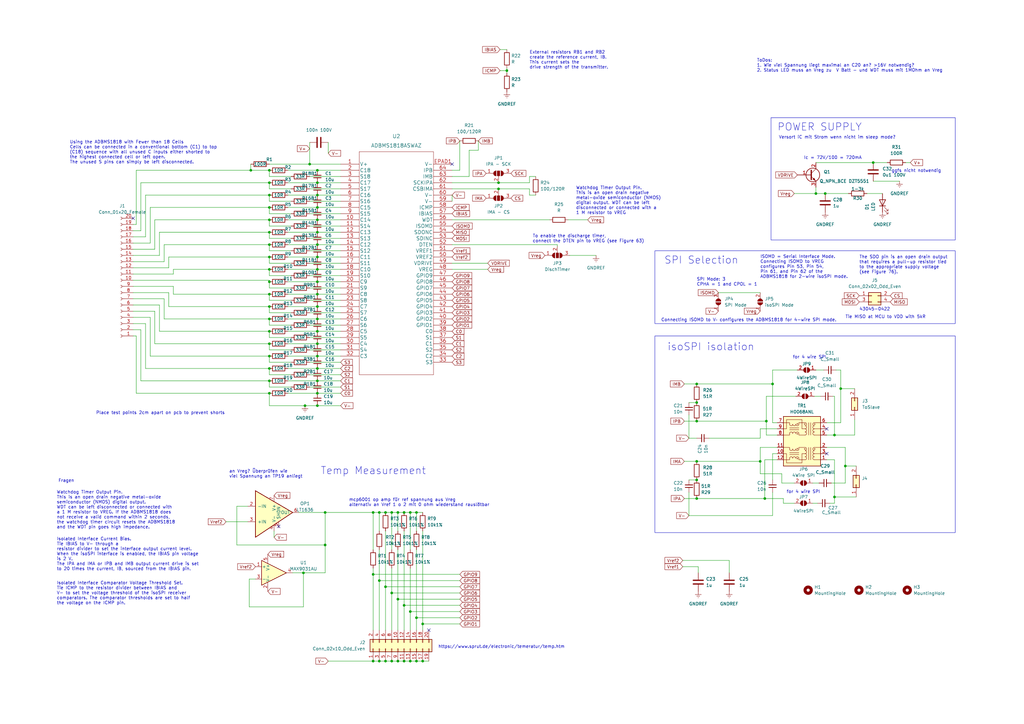
<source format=kicad_sch>
(kicad_sch (version 20230121) (generator eeschema)
  (paper "A3")
  (junction (at 130.175 161.29))
  (junction (at 163.195 245.745))
  (junction (at 110.49 115.57))
  (junction (at 163.195 210.185))
  (junction (at 127 67.31))
  (junction (at 110.49 135.89))
  (junction (at 110.49 105.41))
  (junction (at 168.275 271.145))
  (junction (at 110.49 69.85))
  (junction (at 334.645 79.375))
  (junction (at 130.175 90.17))
  (junction (at 110.49 161.29))
  (junction (at 110.49 146.05))
  (junction (at 130.175 125.73))
  (junction (at 168.275 210.185))
  (junction (at 313.69 204.47))
  (junction (at 155.575 271.145))
  (junction (at 130.175 80.01))
  (junction (at 130.175 74.93))
  (junction (at 342.265 178.435))
  (junction (at 110.49 100.33))
  (junction (at 173.355 255.905))
  (junction (at 170.815 271.145))
  (junction (at 110.49 156.21))
  (junction (at 130.175 85.09))
  (junction (at 155.575 210.185))
  (junction (at 311.785 189.23))
  (junction (at 165.735 271.145))
  (junction (at 338.455 79.375))
  (junction (at 110.49 85.09))
  (junction (at 130.175 135.89))
  (junction (at 316.865 157.48))
  (junction (at 133.35 223.52))
  (junction (at 133.35 210.185))
  (junction (at 124.46 234.95))
  (junction (at 130.175 166.37))
  (junction (at 342.265 203.835))
  (junction (at 130.175 100.33))
  (junction (at 130.175 140.97))
  (junction (at 160.655 243.205))
  (junction (at 130.175 130.81))
  (junction (at 110.49 125.73))
  (junction (at 285.75 157.48))
  (junction (at 285.75 172.72))
  (junction (at 110.49 130.81))
  (junction (at 130.175 105.41))
  (junction (at 130.175 156.21))
  (junction (at 285.75 189.23))
  (junction (at 110.49 120.65))
  (junction (at 110.49 140.97))
  (junction (at 110.49 74.93))
  (junction (at 160.655 210.185))
  (junction (at 158.115 240.665))
  (junction (at 204.47 77.47))
  (junction (at 165.735 248.285))
  (junction (at 346.71 191.135))
  (junction (at 130.175 95.25))
  (junction (at 110.49 151.13))
  (junction (at 110.49 80.01))
  (junction (at 130.175 69.85))
  (junction (at 130.175 146.05))
  (junction (at 170.815 253.365))
  (junction (at 130.175 151.13))
  (junction (at 207.899 28.956))
  (junction (at 102.87 69.85))
  (junction (at 160.655 271.145))
  (junction (at 130.175 115.57))
  (junction (at 170.815 210.185))
  (junction (at 130.175 110.49))
  (junction (at 153.035 271.145))
  (junction (at 168.275 250.825))
  (junction (at 125.095 166.37))
  (junction (at 110.49 95.25))
  (junction (at 158.115 210.185))
  (junction (at 314.325 172.72))
  (junction (at 130.175 120.65))
  (junction (at 163.195 271.145))
  (junction (at 155.575 238.125))
  (junction (at 110.49 110.49))
  (junction (at 285.75 165.1))
  (junction (at 153.035 235.585))
  (junction (at 110.49 90.17))
  (junction (at 285.75 196.85))
  (junction (at 204.47 74.93))
  (junction (at 344.805 159.385))
  (junction (at 153.035 210.185))
  (junction (at 358.14 66.675))
  (junction (at 165.735 210.185))
  (junction (at 285.75 204.47))
  (junction (at 158.115 271.145))
  (junction (at 173.355 271.145))
  (no_connect (at 114.3 215.9))
  (no_connect (at 175.895 258.445))
  (no_connect (at 54.61 89.535))
  (no_connect (at 185.42 67.31))
  (no_connect (at 339.09 186.055))
  (no_connect (at 339.09 175.895))
  (wire (pts (xy 155.575 210.185) (xy 158.115 210.185)))
  (wire (pts (xy 102.87 69.85) (xy 102.87 67.31)))
  (wire (pts (xy 59.69 151.13) (xy 59.69 132.715)))
  (wire (pts (xy 57.785 135.255) (xy 57.785 156.21)))
  (wire (pts (xy 336.55 162.56) (xy 334.01 162.56)))
  (wire (pts (xy 320.675 198.12) (xy 320.675 194.31)))
  (wire (pts (xy 217.17 72.39) (xy 219.71 72.39)))
  (wire (pts (xy 63.5 140.97) (xy 110.49 140.97)))
  (wire (pts (xy 282.575 201.93) (xy 282.575 211.455)))
  (wire (pts (xy 54.61 99.695) (xy 61.595 99.695)))
  (wire (pts (xy 160.655 233.045) (xy 160.655 243.205)))
  (wire (pts (xy 118.11 146.05) (xy 130.175 146.05)))
  (wire (pts (xy 124.46 248.92) (xy 102.235 248.92)))
  (wire (pts (xy 153.035 210.185) (xy 155.575 210.185)))
  (wire (pts (xy 314.325 162.56) (xy 314.325 172.72)))
  (wire (pts (xy 65.405 135.89) (xy 110.49 135.89)))
  (wire (pts (xy 65.405 95.25) (xy 110.49 95.25)))
  (wire (pts (xy 290.83 179.705) (xy 311.785 179.705)))
  (wire (pts (xy 127 148.59) (xy 139.7 148.59)))
  (wire (pts (xy 59.69 80.01) (xy 59.69 97.155)))
  (wire (pts (xy 110.49 85.09) (xy 110.49 87.63)))
  (wire (pts (xy 165.735 248.285) (xy 165.735 258.445)))
  (wire (pts (xy 67.31 130.81) (xy 110.49 130.81)))
  (wire (pts (xy 160.655 243.205) (xy 188.595 243.205)))
  (wire (pts (xy 118.11 110.49) (xy 130.175 110.49)))
  (wire (pts (xy 371.475 66.675) (xy 373.38 66.675)))
  (wire (pts (xy 67.31 100.33) (xy 67.31 107.315)))
  (wire (pts (xy 54.61 92.075) (xy 55.88 92.075)))
  (wire (pts (xy 127 102.87) (xy 139.7 102.87)))
  (wire (pts (xy 110.49 113.03) (xy 119.38 113.03)))
  (wire (pts (xy 219.71 80.01) (xy 217.17 80.01)))
  (wire (pts (xy 110.49 130.81) (xy 110.49 133.35)))
  (wire (pts (xy 134.62 58.42) (xy 134.62 62.865)))
  (wire (pts (xy 346.71 191.135) (xy 346.71 198.12)))
  (wire (pts (xy 118.11 130.81) (xy 130.175 130.81)))
  (wire (pts (xy 160.655 210.185) (xy 160.655 225.425)))
  (wire (pts (xy 280.67 204.47) (xy 285.75 204.47)))
  (wire (pts (xy 158.115 217.805) (xy 158.115 240.665)))
  (wire (pts (xy 124.46 234.95) (xy 120.015 234.95)))
  (wire (pts (xy 110.49 100.33) (xy 110.49 102.87)))
  (wire (pts (xy 158.115 271.145) (xy 160.655 271.145)))
  (wire (pts (xy 163.195 245.745) (xy 188.595 245.745)))
  (wire (pts (xy 110.49 125.73) (xy 110.49 128.27)))
  (wire (pts (xy 165.735 217.805) (xy 165.735 248.285)))
  (wire (pts (xy 110.49 90.17) (xy 110.49 92.71)))
  (wire (pts (xy 65.405 125.095) (xy 65.405 135.89)))
  (wire (pts (xy 185.42 100.33) (xy 228.6 100.33)))
  (wire (pts (xy 160.655 271.145) (xy 163.195 271.145)))
  (wire (pts (xy 130.175 146.05) (xy 139.7 146.05)))
  (wire (pts (xy 311.785 175.895) (xy 318.77 175.895)))
  (wire (pts (xy 192.405 61.595) (xy 196.215 61.595)))
  (wire (pts (xy 165.735 271.145) (xy 168.275 271.145)))
  (wire (pts (xy 335.915 198.12) (xy 333.375 198.12)))
  (wire (pts (xy 170.815 210.185) (xy 173.355 210.185)))
  (wire (pts (xy 130.175 151.13) (xy 139.7 151.13)))
  (wire (pts (xy 173.355 255.905) (xy 188.595 255.905)))
  (wire (pts (xy 55.88 161.29) (xy 110.49 161.29)))
  (wire (pts (xy 155.575 238.125) (xy 188.595 238.125)))
  (wire (pts (xy 280.67 157.48) (xy 285.75 157.48)))
  (wire (pts (xy 342.9 151.765) (xy 344.805 151.765)))
  (wire (pts (xy 170.815 225.425) (xy 170.815 253.365)))
  (wire (pts (xy 285.75 189.23) (xy 311.785 189.23)))
  (wire (pts (xy 204.47 77.47) (xy 217.17 77.47)))
  (wire (pts (xy 127 143.51) (xy 139.7 143.51)))
  (wire (pts (xy 185.42 110.49) (xy 200.025 110.49)))
  (wire (pts (xy 110.49 77.47) (xy 119.38 77.47)))
  (wire (pts (xy 285.75 157.48) (xy 316.865 157.48)))
  (wire (pts (xy 163.195 245.745) (xy 163.195 258.445)))
  (wire (pts (xy 110.49 72.39) (xy 119.38 72.39)))
  (wire (pts (xy 314.325 178.435) (xy 314.325 172.72)))
  (wire (pts (xy 54.61 125.095) (xy 65.405 125.095)))
  (wire (pts (xy 311.785 179.705) (xy 311.785 175.895)))
  (wire (pts (xy 170.815 253.365) (xy 170.815 258.445)))
  (wire (pts (xy 160.655 243.205) (xy 160.655 258.445)))
  (wire (pts (xy 350.52 178.435) (xy 350.52 172.085)))
  (wire (pts (xy 355.6 79.375) (xy 361.95 79.375)))
  (wire (pts (xy 127 87.63) (xy 139.7 87.63)))
  (wire (pts (xy 71.12 112.395) (xy 54.61 112.395)))
  (wire (pts (xy 110.49 148.59) (xy 119.38 148.59)))
  (wire (pts (xy 65.405 104.775) (xy 65.405 95.25)))
  (wire (pts (xy 173.355 217.805) (xy 173.355 255.905)))
  (wire (pts (xy 110.49 135.89) (xy 110.49 138.43)))
  (wire (pts (xy 163.195 271.145) (xy 165.735 271.145)))
  (wire (pts (xy 316.865 151.765) (xy 316.865 157.48)))
  (wire (pts (xy 63.5 127.635) (xy 54.61 127.635)))
  (wire (pts (xy 59.69 151.13) (xy 110.49 151.13)))
  (wire (pts (xy 285.75 204.47) (xy 313.69 204.47)))
  (wire (pts (xy 185.42 80.01) (xy 185.42 82.55)))
  (wire (pts (xy 168.275 210.185) (xy 170.815 210.185)))
  (wire (pts (xy 133.35 210.185) (xy 133.35 223.52)))
  (wire (pts (xy 344.805 173.355) (xy 344.805 159.385)))
  (wire (pts (xy 163.195 210.185) (xy 163.195 217.805)))
  (wire (pts (xy 118.11 115.57) (xy 130.175 115.57)))
  (wire (pts (xy 118.11 80.01) (xy 130.175 80.01)))
  (wire (pts (xy 173.355 255.905) (xy 173.355 258.445)))
  (wire (pts (xy 125.095 166.37) (xy 130.175 166.37)))
  (wire (pts (xy 168.275 210.185) (xy 168.275 225.425)))
  (wire (pts (xy 54.61 130.175) (xy 61.595 130.175)))
  (wire (pts (xy 127 92.71) (xy 139.7 92.71)))
  (wire (pts (xy 334.645 79.375) (xy 338.455 79.375)))
  (wire (pts (xy 55.88 92.075) (xy 55.88 69.85)))
  (wire (pts (xy 54.61 94.615) (xy 57.785 94.615)))
  (wire (pts (xy 185.42 107.95) (xy 200.025 107.95)))
  (wire (pts (xy 110.49 161.29) (xy 110.49 166.37)))
  (wire (pts (xy 127 67.31) (xy 139.7 67.31)))
  (wire (pts (xy 67.31 130.81) (xy 67.31 122.555)))
  (wire (pts (xy 205.105 28.956) (xy 207.899 28.956)))
  (wire (pts (xy 153.035 271.145) (xy 155.575 271.145)))
  (wire (pts (xy 318.77 178.435) (xy 314.325 178.435)))
  (wire (pts (xy 326.39 162.56) (xy 314.325 162.56)))
  (wire (pts (xy 217.17 80.01) (xy 217.17 77.47)))
  (wire (pts (xy 130.175 156.21) (xy 139.7 156.21)))
  (wire (pts (xy 110.49 115.57) (xy 110.49 118.11)))
  (wire (pts (xy 334.645 79.375) (xy 334.645 76.835)))
  (wire (pts (xy 185.42 72.39) (xy 192.405 72.39)))
  (wire (pts (xy 342.265 206.375) (xy 340.36 206.375)))
  (wire (pts (xy 110.49 133.35) (xy 119.38 133.35)))
  (wire (pts (xy 110.49 92.71) (xy 119.38 92.71)))
  (wire (pts (xy 342.265 203.835) (xy 342.265 206.375)))
  (wire (pts (xy 61.595 130.175) (xy 61.595 146.05)))
  (wire (pts (xy 160.655 210.185) (xy 163.195 210.185)))
  (wire (pts (xy 338.455 79.375) (xy 347.98 79.375)))
  (wire (pts (xy 127 97.79) (xy 139.7 97.79)))
  (wire (pts (xy 153.035 235.585) (xy 153.035 258.445)))
  (wire (pts (xy 127 158.75) (xy 139.7 158.75)))
  (wire (pts (xy 185.42 90.17) (xy 225.425 90.17)))
  (wire (pts (xy 110.49 69.85) (xy 102.87 69.85)))
  (wire (pts (xy 55.88 69.85) (xy 102.87 69.85)))
  (wire (pts (xy 130.175 80.01) (xy 139.7 80.01)))
  (wire (pts (xy 163.195 225.425) (xy 163.195 245.745)))
  (wire (pts (xy 346.71 191.135) (xy 351.155 191.135)))
  (wire (pts (xy 55.88 137.795) (xy 54.61 137.795)))
  (wire (pts (xy 155.575 238.125) (xy 155.575 258.445)))
  (wire (pts (xy 130.175 110.49) (xy 139.7 110.49)))
  (wire (pts (xy 110.49 97.79) (xy 119.38 97.79)))
  (wire (pts (xy 205.105 20.32) (xy 207.899 20.32)))
  (wire (pts (xy 63.5 90.17) (xy 63.5 102.235)))
  (wire (pts (xy 118.11 100.33) (xy 130.175 100.33)))
  (wire (pts (xy 280.67 189.23) (xy 285.75 189.23)))
  (wire (pts (xy 185.42 77.47) (xy 204.47 77.47)))
  (wire (pts (xy 110.49 158.75) (xy 119.38 158.75)))
  (wire (pts (xy 280.67 172.72) (xy 285.75 172.72)))
  (wire (pts (xy 185.42 74.93) (xy 204.47 74.93)))
  (wire (pts (xy 110.49 118.11) (xy 119.38 118.11)))
  (wire (pts (xy 118.11 125.73) (xy 130.175 125.73)))
  (wire (pts (xy 110.49 138.43) (xy 119.38 138.43)))
  (wire (pts (xy 61.595 99.695) (xy 61.595 85.09)))
  (wire (pts (xy 207.899 28.956) (xy 207.899 29.972)))
  (wire (pts (xy 188.595 57.785) (xy 188.595 69.85)))
  (wire (pts (xy 342.265 188.595) (xy 339.09 188.595)))
  (wire (pts (xy 127 113.03) (xy 139.7 113.03)))
  (wire (pts (xy 130.175 90.17) (xy 139.7 90.17)))
  (wire (pts (xy 54.61 114.935) (xy 110.49 114.935)))
  (wire (pts (xy 127 72.39) (xy 139.7 72.39)))
  (wire (pts (xy 71.12 120.65) (xy 71.12 117.475)))
  (wire (pts (xy 155.575 210.185) (xy 155.575 217.805)))
  (wire (pts (xy 127 133.35) (xy 139.7 133.35)))
  (wire (pts (xy 130.175 166.37) (xy 139.7 166.37)))
  (wire (pts (xy 217.17 74.93) (xy 217.17 72.39)))
  (wire (pts (xy 311.785 183.515) (xy 318.77 183.515)))
  (wire (pts (xy 118.11 135.89) (xy 130.175 135.89)))
  (wire (pts (xy 118.11 90.17) (xy 130.175 90.17)))
  (wire (pts (xy 170.815 271.145) (xy 173.355 271.145)))
  (wire (pts (xy 110.49 128.27) (xy 119.38 128.27)))
  (wire (pts (xy 102.235 248.92) (xy 102.235 237.49)))
  (wire (pts (xy 127 123.19) (xy 139.7 123.19)))
  (wire (pts (xy 285.75 172.72) (xy 314.325 172.72)))
  (wire (pts (xy 130.175 120.65) (xy 139.7 120.65)))
  (wire (pts (xy 97.155 207.645) (xy 101.6 207.645)))
  (wire (pts (xy 110.49 102.87) (xy 119.38 102.87)))
  (wire (pts (xy 318.77 188.595) (xy 313.69 188.595)))
  (wire (pts (xy 118.11 156.21) (xy 130.175 156.21)))
  (wire (pts (xy 110.49 156.21) (xy 110.49 158.75)))
  (wire (pts (xy 334.645 151.765) (xy 337.82 151.765)))
  (wire (pts (xy 339.09 173.355) (xy 344.805 173.355)))
  (wire (pts (xy 57.785 156.21) (xy 110.49 156.21)))
  (wire (pts (xy 110.49 114.935) (xy 110.49 115.57)))
  (wire (pts (xy 280.035 232.41) (xy 286.385 232.41)))
  (wire (pts (xy 286.385 232.41) (xy 286.385 234.95)))
  (wire (pts (xy 110.49 107.95) (xy 119.38 107.95)))
  (wire (pts (xy 325.755 206.375) (xy 321.31 206.375)))
  (wire (pts (xy 130.175 140.97) (xy 139.7 140.97)))
  (wire (pts (xy 63.5 102.235) (xy 54.61 102.235)))
  (wire (pts (xy 110.49 80.01) (xy 110.49 82.55)))
  (wire (pts (xy 69.215 105.41) (xy 69.215 109.855)))
  (wire (pts (xy 158.115 210.185) (xy 160.655 210.185)))
  (wire (pts (xy 170.815 210.185) (xy 170.815 217.805)))
  (wire (pts (xy 325.755 198.12) (xy 320.675 198.12)))
  (wire (pts (xy 155.575 271.145) (xy 158.115 271.145)))
  (wire (pts (xy 59.69 80.01) (xy 110.49 80.01)))
  (wire (pts (xy 67.31 122.555) (xy 54.61 122.555)))
  (wire (pts (xy 130.175 95.25) (xy 139.7 95.25)))
  (wire (pts (xy 71.12 110.49) (xy 110.49 110.49)))
  (wire (pts (xy 133.35 210.185) (xy 153.035 210.185)))
  (wire (pts (xy 63.5 90.17) (xy 110.49 90.17)))
  (wire (pts (xy 282.575 179.705) (xy 285.75 179.705)))
  (wire (pts (xy 282.575 196.85) (xy 285.75 196.85)))
  (wire (pts (xy 118.11 95.25) (xy 130.175 95.25)))
  (wire (pts (xy 313.69 188.595) (xy 313.69 204.47)))
  (wire (pts (xy 192.405 72.39) (xy 192.405 61.595)))
  (wire (pts (xy 59.69 132.715) (xy 54.61 132.715)))
  (wire (pts (xy 63.5 140.97) (xy 63.5 127.635)))
  (wire (pts (xy 316.865 196.85) (xy 316.865 186.055)))
  (wire (pts (xy 102.235 237.49) (xy 104.775 237.49)))
  (wire (pts (xy 127 82.55) (xy 139.7 82.55)))
  (wire (pts (xy 110.49 140.97) (xy 110.49 143.51)))
  (wire (pts (xy 316.865 211.455) (xy 282.575 211.455)))
  (wire (pts (xy 125.095 166.37) (xy 110.49 166.37)))
  (wire (pts (xy 316.865 173.355) (xy 318.77 173.355)))
  (wire (pts (xy 127 153.67) (xy 139.7 153.67)))
  (wire (pts (xy 155.575 225.425) (xy 155.575 238.125)))
  (wire (pts (xy 165.735 248.285) (xy 188.595 248.285)))
  (wire (pts (xy 118.11 69.85) (xy 130.175 69.85)))
  (wire (pts (xy 294.64 120.015) (xy 311.785 120.015)))
  (wire (pts (xy 130.175 74.93) (xy 139.7 74.93)))
  (wire (pts (xy 130.175 135.89) (xy 139.7 135.89)))
  (wire (pts (xy 153.035 233.045) (xy 153.035 235.585)))
  (wire (pts (xy 342.265 178.435) (xy 350.52 178.435)))
  (wire (pts (xy 130.175 105.41) (xy 139.7 105.41)))
  (wire (pts (xy 69.215 105.41) (xy 110.49 105.41)))
  (wire (pts (xy 118.11 85.09) (xy 130.175 85.09)))
  (wire (pts (xy 118.11 151.13) (xy 130.175 151.13)))
  (wire (pts (xy 321.31 204.47) (xy 313.69 204.47)))
  (wire (pts (xy 134.62 271.145) (xy 153.035 271.145)))
  (wire (pts (xy 335.28 206.375) (xy 333.375 206.375)))
  (wire (pts (xy 342.265 203.835) (xy 342.265 188.595)))
  (wire (pts (xy 110.49 151.13) (xy 110.49 153.67)))
  (wire (pts (xy 204.47 74.93) (xy 217.17 74.93)))
  (wire (pts (xy 163.195 210.185) (xy 165.735 210.185)))
  (wire (pts (xy 173.355 271.145) (xy 175.895 271.145)))
  (wire (pts (xy 207.899 28.956) (xy 207.899 27.94)))
  (wire (pts (xy 67.31 100.33) (xy 110.49 100.33)))
  (wire (pts (xy 110.49 105.41) (xy 110.49 107.95)))
  (wire (pts (xy 233.68 104.775) (xy 244.475 104.775)))
  (wire (pts (xy 358.14 66.675) (xy 363.855 66.675)))
  (wire (pts (xy 110.49 143.51) (xy 119.38 143.51)))
  (wire (pts (xy 196.215 61.595) (xy 196.215 57.785)))
  (wire (pts (xy 316.865 157.48) (xy 316.865 173.355)))
  (wire (pts (xy 228.6 100.33) (xy 228.6 100.965)))
  (wire (pts (xy 110.49 95.25) (xy 110.49 97.79)))
  (wire (pts (xy 97.155 223.52) (xy 133.35 223.52)))
  (wire (pts (xy 170.815 253.365) (xy 188.595 253.365)))
  (wire (pts (xy 127 118.11) (xy 139.7 118.11)))
  (wire (pts (xy 339.09 178.435) (xy 342.265 178.435)))
  (wire (pts (xy 130.175 100.33) (xy 139.7 100.33)))
  (wire (pts (xy 69.215 120.015) (xy 54.61 120.015)))
  (wire (pts (xy 188.595 69.85) (xy 185.42 69.85)))
  (wire (pts (xy 127 107.95) (xy 139.7 107.95)))
  (wire (pts (xy 334.645 66.675) (xy 358.14 66.675)))
  (wire (pts (xy 168.275 250.825) (xy 168.275 258.445)))
  (wire (pts (xy 110.49 69.85) (xy 110.49 72.39)))
  (wire (pts (xy 110.49 67.31) (xy 127 67.31)))
  (wire (pts (xy 61.595 85.09) (xy 110.49 85.09)))
  (wire (pts (xy 299.085 229.87) (xy 299.085 234.95)))
  (wire (pts (xy 69.215 109.855) (xy 54.61 109.855)))
  (wire (pts (xy 339.09 183.515) (xy 346.71 183.515)))
  (wire (pts (xy 110.49 123.19) (xy 119.38 123.19)))
  (wire (pts (xy 153.035 225.425) (xy 153.035 210.185)))
  (wire (pts (xy 280.035 229.87) (xy 299.085 229.87)))
  (wire (pts (xy 118.11 140.97) (xy 130.175 140.97)))
  (wire (pts (xy 133.35 223.52) (xy 133.35 234.95)))
  (wire (pts (xy 158.115 240.665) (xy 158.115 258.445)))
  (wire (pts (xy 168.275 250.825) (xy 188.595 250.825)))
  (wire (pts (xy 233.045 90.17) (xy 241.046 90.17)))
  (wire (pts (xy 61.595 146.05) (xy 110.49 146.05)))
  (wire (pts (xy 158.115 240.665) (xy 188.595 240.665)))
  (wire (pts (xy 342.265 162.56) (xy 341.63 162.56)))
  (wire (pts (xy 71.12 110.49) (xy 71.12 112.395)))
  (wire (pts (xy 110.49 153.67) (xy 119.38 153.67)))
  (wire (pts (xy 57.785 74.93) (xy 110.49 74.93)))
  (wire (pts (xy 130.175 85.09) (xy 139.7 85.09)))
  (wire (pts (xy 130.175 125.73) (xy 139.7 125.73)))
  (wire (pts (xy 130.175 69.85) (xy 139.7 69.85)))
  (wire (pts (xy 92.71 213.995) (xy 101.6 213.995)))
  (wire (pts (xy 54.61 135.255) (xy 57.785 135.255)))
  (wire (pts (xy 57.785 74.93) (xy 57.785 94.615)))
  (wire (pts (xy 110.49 87.63) (xy 119.38 87.63)))
  (wire (pts (xy 316.865 201.93) (xy 316.865 211.455)))
  (wire (pts (xy 282.575 170.18) (xy 282.575 179.705)))
  (wire (pts (xy 321.31 206.375) (xy 321.31 204.47)))
  (wire (pts (xy 311.785 194.31) (xy 311.785 189.23)))
  (wire (pts (xy 54.61 104.775) (xy 65.405 104.775)))
  (wire (pts (xy 342.265 203.835) (xy 351.155 203.835)))
  (wire (pts (xy 71.12 117.475) (xy 54.61 117.475)))
  (wire (pts (xy 127 77.47) (xy 139.7 77.47)))
  (wire (pts (xy 344.805 151.765) (xy 344.805 159.385)))
  (wire (pts (xy 350.52 159.385) (xy 344.805 159.385)))
  (wire (pts (xy 97.155 223.52) (xy 97.155 207.645)))
  (wire (pts (xy 118.11 105.41) (xy 130.175 105.41)))
  (wire (pts (xy 110.49 74.93) (xy 110.49 77.47)))
  (wire (pts (xy 69.215 125.73) (xy 110.49 125.73)))
  (wire (pts (xy 165.735 210.185) (xy 168.275 210.185)))
  (wire (pts (xy 110.49 82.55) (xy 119.38 82.55)))
  (wire (pts (xy 130.175 130.81) (xy 139.7 130.81)))
  (wire (pts (xy 342.265 178.435) (xy 342.265 162.56)))
  (wire (pts (xy 346.71 198.12) (xy 340.995 198.12)))
  (wire (pts (xy 110.49 120.65) (xy 110.49 123.19)))
  (wire (pts (xy 282.575 165.1) (xy 285.75 165.1)))
  (wire (pts (xy 69.215 125.73) (xy 69.215 120.015)))
  (wire (pts (xy 325.755 79.375) (xy 334.645 79.375)))
  (wire (pts (xy 110.49 110.49) (xy 110.49 113.03)))
  (wire (pts (xy 127 138.43) (xy 139.7 138.43)))
  (wire (pts (xy 124.46 234.95) (xy 124.46 248.92)))
  (wire (pts (xy 71.12 120.65) (xy 110.49 120.65)))
  (wire (pts (xy 127 128.27) (xy 139.7 128.27)))
  (wire (pts (xy 168.275 233.045) (xy 168.275 250.825)))
  (wire (pts (xy 112.395 217.805) (xy 112.395 220.345)))
  (wire (pts (xy 122.555 210.185) (xy 133.35 210.185)))
  (wire (pts (xy 110.49 146.05) (xy 110.49 148.59)))
  (wire (pts (xy 67.31 107.315) (xy 54.61 107.315)))
  (wire (pts (xy 320.675 194.31) (xy 311.785 194.31)))
  (wire (pts (xy 130.175 161.29) (xy 139.7 161.29)))
  (wire (pts (xy 327.025 151.765) (xy 316.865 151.765)))
  (wire (pts (xy 346.71 183.515) (xy 346.71 191.135)))
  (wire (pts (xy 153.035 235.585) (xy 188.595 235.585)))
  (wire (pts (xy 118.11 161.29) (xy 130.175 161.29)))
  (wire (pts (xy 118.11 74.93) (xy 130.175 74.93)))
  (wire (pts (xy 311.785 189.23) (xy 311.785 183.515)))
  (wire (pts (xy 358.14 74.295) (xy 368.935 74.295)))
  (wire (pts (xy 316.865 186.055) (xy 318.77 186.055)))
  (wire (pts (xy 54.61 97.155) (xy 59.69 97.155)))
  (wire (pts (xy 127 58.42) (xy 127 67.31)))
  (wire (pts (xy 130.175 115.57) (xy 139.7 115.57)))
  (wire (pts (xy 168.275 271.145) (xy 170.815 271.145)))
  (wire (pts (xy 55.88 161.29) (xy 55.88 137.795)))
  (wire (pts (xy 133.35 234.95) (xy 124.46 234.95)))
  (wire (pts (xy 118.11 120.65) (xy 130.175 120.65)))
  (rectangle (start 268.605 102.87) (end 391.795 132.715))
  (rectangle (start 316.23 48.26) (end 391.795 98.425))
  (rectangle (start 268.605 137.795) (end 391.795 218.44))
  (text "ToDos: \n1. Wie viel Spannung liegt maximal an C20 an? >16V notwendig?\n2. Status LED muss an Vreg zu  V Batt - und WDT muss mit 1MOhm an Vreg\n\n" (at 310.388 31.75 0) (effects (font (size 1.27 1.27)) (justify left bottom)))
  (text "https://www.sprut.de/electronic/temeratur/temp.htm" (at 179.705 266.065 0) (effects (font (size 1.27 1.27)) (justify left bottom)))
  (text "Watchdog Timer Output Pin. \nThis is an open drain negative metal-oxide \nsemiconductor (NMOS) digital output. \nWDT can be left disconnected or connected with \na 1 M resistor to VREG. If the ADBMS1818 does \nnot receive a valid command within 2 seconds, \nthe watchdog timer circuit resets the ADBMS1818 \nand the WDT pin goes high impedance." (at 23.241 217.043 0) (effects (font (size 1.27 1.27)) (justify left bottom)))
  (text "Watchdog Timer Output Pin.\nThis is an open drain negative \nmetal-oxide semiconductor (NMOS)\ndigital output. WDT can be left \ndisconnected or connected with a \n1 M resistor to VREG" (at 236.22 88.138 0) (effects (font (size 1.27 1.27)) (justify left bottom)))
  (text "SPI Selection" (at 272.415 108.585 0) (effects (font (size 3 3)) (justify left bottom)))
  (text "Place test points 2cm apart on pcb to prevent shorts\n" (at 39.37 170.18 0) (effects (font (size 1.27 1.27)) (justify left bottom)))
  (text "POWER SUPPLY" (at 318.77 53.975 0) (effects (font (size 3 3)) (justify left bottom)))
  (text "To enable the discharge timer,\nconnect the DTEN pin to VREG (see Figure 63)" (at 218.44 99.695 0) (effects (font (size 1.27 1.27)) (justify left bottom)))
  (text "Temp Measurement" (at 131.445 194.945 0) (effects (font (size 3 3)) (justify left bottom)))
  (text "SPI Mode: 3\nCPHA = 1 and CPOL = 1\n" (at 285.75 117.475 0) (effects (font (size 1.27 1.27)) (justify left bottom)))
  (text "Isolated Interface Current Bias.\nTie IBIAS to V- through a \nresistor divider to set the interface output current level. \nWhen the isoSPI interface is enabled, the IBIAS pin voltage \nis 2 V. \nThe IPA and IMA or IPB and IMB output current drive is set \nto 20 times the current, IB, sourced from the IBIAS pin." (at 23.241 234.188 0) (effects (font (size 1.27 1.27)) (justify left bottom)))
  (text "Ic = 72V/100 = 720mA" (at 329.692 65.532 0) (effects (font (size 1.27 1.27)) (justify left bottom)))
  (text "for 4 wire SPI" (at 322.58 202.565 0) (effects (font (size 1.27 1.27)) (justify left bottom)))
  (text "isoSPI isolation" (at 273.685 144.145 0) (effects (font (size 3 3)) (justify left bottom)))
  (text "an Vreg? Überprüfen wie\nviel Spannung an TP19 anliegt" (at 93.98 196.215 0) (effects (font (size 1.27 1.27)) (justify left bottom)))
  (text "43045-0422" (at 352.425 127.635 0) (effects (font (size 1.27 1.27)) (justify left bottom)))
  (text "mcp6001 op amp für ref spannung aus Vreg\nalternativ an Vref 1 o 2 mit 0 ohm wiederstand rauslötbar" (at 143.129 207.899 0) (effects (font (size 1.27 1.27)) (justify left bottom)))
  (text "for 4 wire SPI" (at 325.12 147.32 0) (effects (font (size 1.27 1.27)) (justify left bottom)))
  (text "External resistors RB1 and RB2\ncreate the reference current, IB.\nThis current sets the \ndrive strength of the transmitter.\n\n" (at 217.17 30.48 0) (effects (font (size 1.27 1.27)) (justify left bottom)))
  (text "Using the ADBMS1818 with Fewer than 18 Cells\nCells can be connected in a conventional bottom (C1) to top \n(C18) sequence with all unused C inputs either shorted to \nthe highest connected cell or left open. \nThe unused S pins can simply be left disconnected." (at 28.575 67.31 0) (effects (font (size 1.27 1.27)) (justify left bottom)))
  (text "Tie MISO at MCU to VDD with 5kR" (at 346.71 130.81 0) (effects (font (size 1.27 1.27)) (justify left bottom)))
  (text "ggfs nicht notwendig" (at 365.633 70.866 0) (effects (font (size 1.27 1.27)) (justify left bottom)))
  (text "Versort iC mit Strom wenn nicht im sleep mode?" (at 319.405 57.15 0) (effects (font (size 1.27 1.27)) (justify left bottom)))
  (text "Isolated Interface Comparator Voltage Threshold Set.\nTie ICMP to the resistor divider between IBIAS and \nV- to set the voltage threshold of the isoSPI receiver \ncomparators. The comparator thresholds are set to half \nthe voltage on the ICMP pin." (at 23.241 248.158 0) (effects (font (size 1.27 1.27)) (justify left bottom)))
  (text "ISOMD = Serial Interface Mode. \nConnecting ISOMD to VREG \nconfigures Pin 53, Pin 54, \nPin 61, and Pin 62 of the \nADBMS1818 for 2-wire isoSPI mode." (at 311.785 114.3 0) (effects (font (size 1.27 1.27)) (justify left bottom)))
  (text "Connecting ISOMD to V– configures the ADBMS1818 for 4-wire SPI mode." (at 271.145 132.08 0) (effects (font (size 1.27 1.27)) (justify left bottom)))
  (text "Fragen" (at 23.876 197.993 0) (effects (font (size 1.27 1.27)) (justify left bottom)))
  (text "The SDO pin is an open drain output\nthat requires a pull-up resistor tied \nto the appropriate supply voltage\n(see Figure 76)." (at 352.425 112.395 0) (effects (font (size 1.27 1.27)) (justify left bottom)))
  (global_label "VDRIVE" (shape input) (at 200.025 107.95 0) (property "Intersheetrefs" "${INTERSHEET_REFS}" (effects hide)))
  (global_label "GPIO4" (shape input) (at 185.42 125.73 0) (property "Intersheetrefs" "${INTERSHEET_REFS}" (effects hide)))
  (global_label "S1" (shape input) (at 185.42 138.43 0) (property "Intersheetrefs" "${INTERSHEET_REFS}" (effects hide)))
  (global_label "GPIO6" (shape input) (at 188.595 243.205 0) (property "Intersheetrefs" "${INTERSHEET_REFS}" (effects hide)))
  (global_label "Vref1" (shape input) (at 280.035 232.41 180) (property "Intersheetrefs" "${INTERSHEET_REFS}" (effects hide)))
  (global_label "ISOMD" (shape input) (at 185.42 92.71 0) (property "Intersheetrefs" "${INTERSHEET_REFS}" (effects hide)))
  (global_label "V-" (shape input) (at 109.855 242.57 0) (property "Intersheetrefs" "${INTERSHEET_REFS}" (effects hide)))
  (global_label "IBIAS" (shape input) (at 185.42 87.63 0) (property "Intersheetrefs" "${INTERSHEET_REFS}" (effects hide)))
  (global_label "Vreg" (shape input) (at 112.395 203.2 0) (property "Intersheetrefs" "${INTERSHEET_REFS}" (effects hide)))
  (global_label "GPIO6" (shape input) (at 185.42 120.65 0) (property "Intersheetrefs" "${INTERSHEET_REFS}" (effects hide)))
  (global_label "V-" (shape input) (at 134.62 62.865 0) (property "Intersheetrefs" "${INTERSHEET_REFS}" (effects hide)))
  (global_label "VDRIVE" (shape input) (at 327.025 71.755 180) (property "Intersheetrefs" "${INTERSHEET_REFS}" (effects hide)))
  (global_label "GPIO4" (shape input) (at 188.595 248.285 0) (property "Intersheetrefs" "${INTERSHEET_REFS}" (effects hide)))
  (global_label "Vref2" (shape input) (at 104.775 232.41 180) (property "Intersheetrefs" "${INTERSHEET_REFS}" (effects hide)))
  (global_label "C1" (shape input) (at 139.7 156.21 0) (property "Intersheetrefs" "${INTERSHEET_REFS}" (effects hide)))
  (global_label "GPIO2" (shape input) (at 188.595 253.365 0) (property "Intersheetrefs" "${INTERSHEET_REFS}" (effects hide)))
  (global_label "S3" (shape input) (at 139.7 148.59 0) (property "Intersheetrefs" "${INTERSHEET_REFS}" (effects hide)))
  (global_label "Vreg" (shape input) (at 223.52 104.775 180) (property "Intersheetrefs" "${INTERSHEET_REFS}" (effects hide)))
  (global_label "GPIO7" (shape input) (at 188.595 240.665 0) (property "Intersheetrefs" "${INTERSHEET_REFS}" (effects hide)))
  (global_label "Vref2" (shape input) (at 92.71 213.995 180) (property "Intersheetrefs" "${INTERSHEET_REFS}" (effects hide)))
  (global_label "V-" (shape input) (at 112.395 220.345 0) (property "Intersheetrefs" "${INTERSHEET_REFS}" (effects hide)))
  (global_label "SCK" (shape input) (at 209.55 71.12 0) (property "Intersheetrefs" "${INTERSHEET_REFS}" (effects hide)))
  (global_label "S3" (shape input) (at 185.42 148.59 0) (property "Intersheetrefs" "${INTERSHEET_REFS}" (effects hide)))
  (global_label "CS" (shape input) (at 209.55 81.28 0) (property "Intersheetrefs" "${INTERSHEET_REFS}" (effects hide)))
  (global_label "IMA" (shape input) (at 280.67 189.23 180) (property "Intersheetrefs" "${INTERSHEET_REFS}" (effects hide)))
  (global_label "V-" (shape input) (at 282.575 179.705 180) (property "Intersheetrefs" "${INTERSHEET_REFS}" (effects hide)))
  (global_label "MOSI" (shape input) (at 185.42 97.79 0) (property "Intersheetrefs" "${INTERSHEET_REFS}" (effects hide)))
  (global_label "Vref2" (shape input) (at 185.42 105.41 0) (property "Intersheetrefs" "${INTERSHEET_REFS}" (effects hide)))
  (global_label "GPIO9" (shape input) (at 185.42 113.03 0) (property "Intersheetrefs" "${INTERSHEET_REFS}" (effects hide)))
  (global_label "GPIO9" (shape input) (at 188.595 235.585 0) (property "Intersheetrefs" "${INTERSHEET_REFS}" (effects hide)))
  (global_label "ICMP" (shape input) (at 205.105 28.956 180) (property "Intersheetrefs" "${INTERSHEET_REFS}" (effects hide)))
  (global_label "MOSI" (shape input) (at 352.425 123.825 180) (property "Intersheetrefs" "${INTERSHEET_REFS}" (effects hide)))
  (global_label "GPIO1" (shape input) (at 188.595 255.905 0) (property "Intersheetrefs" "${INTERSHEET_REFS}" (effects hide)))
  (global_label "V-" (shape input) (at 134.62 271.145 180) (property "Intersheetrefs" "${INTERSHEET_REFS}" (effects hide)))
  (global_label "GPIO5" (shape input) (at 185.42 123.19 0) (property "Intersheetrefs" "${INTERSHEET_REFS}" (effects hide)))
  (global_label "C2" (shape input) (at 185.42 146.05 0) (property "Intersheetrefs" "${INTERSHEET_REFS}" (effects hide)))
  (global_label "IBIAS" (shape input) (at 205.105 20.32 180) (property "Intersheetrefs" "${INTERSHEET_REFS}" (effects hide)))
  (global_label "Vreg" (shape input) (at 311.785 127.635 180) (property "Intersheetrefs" "${INTERSHEET_REFS}" (effects hide)))
  (global_label "Vreg" (shape input) (at 241.046 90.17 0) (property "Intersheetrefs" "${INTERSHEET_REFS}" (effects hide)))
  (global_label "Vreg" (shape input) (at 325.755 79.375 180) (property "Intersheetrefs" "${INTERSHEET_REFS}" (effects hide)))
  (global_label "IMA" (shape input) (at 199.39 81.28 180) (property "Intersheetrefs" "${INTERSHEET_REFS}" (effects hide)))
  (global_label "V+" (shape input) (at 127 60.96 180) (property "Intersheetrefs" "${INTERSHEET_REFS}" (effects hide)))
  (global_label "GPIO3" (shape input) (at 188.595 250.825 0) (property "Intersheetrefs" "${INTERSHEET_REFS}" (effects hide)))
  (global_label "GPIO5" (shape input) (at 188.595 245.745 0) (property "Intersheetrefs" "${INTERSHEET_REFS}" (effects hide)))
  (global_label "C2" (shape input) (at 139.7 151.13 0) (property "Intersheetrefs" "${INTERSHEET_REFS}" (effects hide)))
  (global_label "C1" (shape input) (at 185.42 140.97 0) (property "Intersheetrefs" "${INTERSHEET_REFS}" (effects hide)))
  (global_label "Vref2" (shape input) (at 280.035 229.87 180) (property "Intersheetrefs" "${INTERSHEET_REFS}" (effects hide)))
  (global_label "IPB" (shape input) (at 188.595 57.785 180) (property "Intersheetrefs" "${INTERSHEET_REFS}" (effects hide)))
  (global_label "MISO" (shape input) (at 365.125 123.825 0) (property "Intersheetrefs" "${INTERSHEET_REFS}" (effects hide)))
  (global_label "Vreg" (shape input) (at 200.025 110.49 0) (property "Intersheetrefs" "${INTERSHEET_REFS}" (effects hide)))
  (global_label "Vreg" (shape input) (at 109.855 227.33 0) (property "Intersheetrefs" "${INTERSHEET_REFS}" (effects hide)))
  (global_label "IMB" (shape input) (at 196.215 57.785 0) (property "Intersheetrefs" "${INTERSHEET_REFS}" (effects hide)))
  (global_label "IPA" (shape input) (at 280.67 204.47 180) (property "Intersheetrefs" "${INTERSHEET_REFS}" (effects hide)))
  (global_label "V+" (shape input) (at 373.38 66.675 0) (property "Intersheetrefs" "${INTERSHEET_REFS}" (effects hide)))
  (global_label "GPIO7" (shape input) (at 185.42 118.11 0) (property "Intersheetrefs" "${INTERSHEET_REFS}" (effects hide)))
  (global_label "IPB" (shape input) (at 280.67 172.72 180) (property "Intersheetrefs" "${INTERSHEET_REFS}" (effects hide)))
  (global_label "S2" (shape input) (at 185.42 143.51 0) (property "Intersheetrefs" "${INTERSHEET_REFS}" (effects hide)))
  (global_label "GPIO8" (shape input) (at 185.42 115.57 0) (property "Intersheetrefs" "${INTERSHEET_REFS}" (effects hide)))
  (global_label "C0" (shape input) (at 185.42 135.89 0) (property "Intersheetrefs" "${INTERSHEET_REFS}" (effects hide)))
  (global_label "GPIO2" (shape input) (at 185.42 130.81 0) (property "Intersheetrefs" "${INTERSHEET_REFS}" (effects hide)))
  (global_label "CS" (shape input) (at 365.125 121.285 0) (property "Intersheetrefs" "${INTERSHEET_REFS}" (effects hide)))
  (global_label "GPIO1" (shape input) (at 185.42 133.35 0) (property "Intersheetrefs" "${INTERSHEET_REFS}" (effects hide)))
  (global_label "C0" (shape input) (at 139.7 161.29 0) (property "Intersheetrefs" "${INTERSHEET_REFS}" (effects hide)))
  (global_label "Vref1" (shape input) (at 185.42 102.87 0) (property "Intersheetrefs" "${INTERSHEET_REFS}" (effects hide)))
  (global_label "IPA" (shape input) (at 199.39 71.12 180) (property "Intersheetrefs" "${INTERSHEET_REFS}" (effects hide)))
  (global_label "ISOMD" (shape input) (at 294.64 120.015 180) (property "Intersheetrefs" "${INTERSHEET_REFS}" (effects hide)))
  (global_label "GPIO8" (shape input) (at 188.595 238.125 0) (property "Intersheetrefs" "${INTERSHEET_REFS}" (effects hide)))
  (global_label "ICMP" (shape input) (at 185.42 85.09 0) (property "Intersheetrefs" "${INTERSHEET_REFS}" (effects hide)))
  (global_label "V-" (shape input) (at 139.7 166.37 0) (property "Intersheetrefs" "${INTERSHEET_REFS}" (effects hide)))
  (global_label "V-" (shape input) (at 185.42 80.01 0) (property "Intersheetrefs" "${INTERSHEET_REFS}" (effects hide)))
  (global_label "V-" (shape input) (at 294.64 127.635 180) (property "Intersheetrefs" "${INTERSHEET_REFS}" (effects hide)))
  (global_label "S1" (shape input) (at 139.7 158.75 0) (property "Intersheetrefs" "${INTERSHEET_REFS}" (effects hide)))
  (global_label "S2" (shape input) (at 139.7 153.67 0) (property "Intersheetrefs" "${INTERSHEET_REFS}" (effects hide)))
  (global_label "MISO" (shape input) (at 185.42 95.25 0) (property "Intersheetrefs" "${INTERSHEET_REFS}" (effects hide)))
  (global_label "V-" (shape input) (at 282.575 211.455 180) (property "Intersheetrefs" "${INTERSHEET_REFS}" (effects hide)))
  (global_label "GPIO3" (shape input) (at 185.42 128.27 0) (property "Intersheetrefs" "${INTERSHEET_REFS}" (effects hide)))
  (global_label "IMB" (shape input) (at 280.67 157.48 180) (property "Intersheetrefs" "${INTERSHEET_REFS}" (effects hide)))
  (global_label "SCK" (shape input) (at 352.425 121.285 180) (property "Intersheetrefs" "${INTERSHEET_REFS}" (effects hide)))
  (symbol (lib_id "Device:R") (at 123.19 133.35 90) (unit 1)
    (property "Reference" "R6B1" (at 127 132.08 90))
    (property "Value" "33R" (at 123.19 133.35 90))
    (property "Footprint" "Resistor_SMD:R_1206_3216Metric_Pad1.30x1.75mm_HandSolder" (effects hide))
  )
  (symbol (lib_id "Device:C_Small") (at 130.175 158.75 0) (unit 1)
    (property "Reference" "C18" (at 132.715 157.4863 0) (effects (justify left)))
    (property "Value" "10u" (at 132.715 160.0263 0) (effects (justify left)))
    (property "Footprint" "Capacitor_SMD:C_0603_1608Metric_Pad1.08x0.95mm_HandSolder" (effects hide))
  )
  (symbol (lib_id "Device:R") (at 114.3 85.09 90) (unit 1)
    (property "Reference" "R5" (at 118.11 83.82 90))
    (property "Value" "10R" (at 114.3 85.09 90))
    (property "Footprint" "Resistor_SMD:R_1206_3216Metric_Pad1.30x1.75mm_HandSolder" (effects hide))
  )
  (symbol (lib_id "Device:C_Small") (at 130.175 148.59 0) (unit 1)
    (property "Reference" "C16" (at 133.35 147.3263 0) (effects (justify left)))
    (property "Value" "10u" (at 133.35 149.8663 0) (effects (justify left)))
    (property "Footprint" "Capacitor_SMD:C_0603_1608Metric_Pad1.08x0.95mm_HandSolder" (effects hide))
  )
  (symbol (lib_id "power:GNDREF") (at 125.095 166.37 0) (unit 1)
    (property "Reference" "#PWR01" (effects hide))
    (property "Value" "GNDREF" (at 125.095 171.45 0))
  )
  (symbol (lib_id "Jumper:SolderJumper_2_Open") (at 294.64 123.825 90) (unit 1)
    (property "Reference" "JP4" (at 297.18 122.555 90) (effects (justify right)))
    (property "Value" "SPI Mode" (at 297.18 125.095 90) (effects (justify right)))
    (property "Footprint" "Jumper:SolderJumper-2_P1.3mm_Open_TrianglePad1.0x1.5mm" (effects hide))
  )
  (symbol (lib_id "Device:R") (at 114.3 140.97 90) (unit 1)
    (property "Reference" "R16" (at 118.11 139.7 90))
    (property "Value" "10R" (at 114.3 140.97 90))
    (property "Footprint" "Resistor_SMD:R_1206_3216Metric_Pad1.30x1.75mm_HandSolder" (effects hide))
  )
  (symbol (lib_id "Device:R") (at 160.655 229.235 180) (unit 1)
    (property "Reference" "RT4" (at 162.56 227.9649 0) (effects (justify right)))
    (property "Value" "10k1%" (at 162.56 230.5049 0) (effects (justify right)))
    (property "Footprint" "Resistor_SMD:R_1206_3216Metric_Pad1.30x1.75mm_HandSolder" (effects hide))
  )
  (symbol (lib_id "Device:C_Small") (at 340.36 151.765 90) (unit 1)
    (property "Reference" "C31" (at 340.3663 144.78 90))
    (property "Value" "C_Small" (at 340.3663 147.32 90))
    (property "Footprint" "Capacitor_SMD:C_1206_3216Metric_Pad1.33x1.80mm_HandSolder" (effects hide))
  )
  (symbol (lib_id "Device:R") (at 123.19 148.59 90) (unit 1)
    (property "Reference" "R3B1" (at 127 147.32 90))
    (property "Value" "33R" (at 123.19 148.59 90))
    (property "Footprint" "Resistor_SMD:R_1206_3216Metric_Pad1.30x1.75mm_HandSolder" (effects hide))
  )
  (symbol (lib_id "Device:R") (at 123.19 97.79 90) (unit 1)
    (property "Reference" "R13B1" (at 127 96.52 90))
    (property "Value" "33R" (at 123.19 97.79 90))
    (property "Footprint" "Resistor_SMD:R_1206_3216Metric_Pad1.30x1.75mm_HandSolder" (effects hide))
  )
  (symbol (lib_id "Device:R") (at 123.19 102.87 90) (unit 1)
    (property "Reference" "R12B1" (at 127 101.6 90))
    (property "Value" "33R" (at 123.19 102.87 90))
    (property "Footprint" "Resistor_SMD:R_1206_3216Metric_Pad1.30x1.75mm_HandSolder" (effects hide))
  )
  (symbol (lib_id "Device:R") (at 114.3 90.17 90) (unit 1)
    (property "Reference" "R6" (at 118.11 88.9 90))
    (property "Value" "10R" (at 114.3 90.17 90))
    (property "Footprint" "Resistor_SMD:R_1206_3216Metric_Pad1.30x1.75mm_HandSolder" (effects hide))
  )
  (symbol (lib_id "Device:R") (at 123.19 153.67 90) (unit 1)
    (property "Reference" "R2B1" (at 127 152.4 90))
    (property "Value" "33R" (at 123.19 153.67 90))
    (property "Footprint" "Resistor_SMD:R_1206_3216Metric_Pad1.30x1.75mm_HandSolder" (effects hide))
  )
  (symbol (lib_id "Device:R") (at 351.79 79.375 270) (unit 1)
    (property "Reference" "R30" (at 351.79 81.28 90))
    (property "Value" "1-3k" (at 351.79 77.47 90))
    (property "Footprint" "Resistor_SMD:R_1206_3216Metric_Pad1.30x1.75mm_HandSolder" (effects hide))
  )
  (symbol (lib_id "Device:R") (at 158.115 213.995 180) (unit 1)
    (property "Reference" "RT3" (at 160.02 212.7249 0) (effects (justify right)))
    (property "Value" "10k1%" (at 160.02 215.2649 0) (effects (justify right)))
    (property "Footprint" "Resistor_SMD:R_1206_3216Metric_Pad1.30x1.75mm_HandSolder" (effects hide))
  )
  (symbol (lib_id "Device:C_Small") (at 130.175 87.63 0) (unit 1)
    (property "Reference" "C4" (at 133.35 86.3663 0) (effects (justify left)))
    (property "Value" "10u" (at 133.35 88.9063 0) (effects (justify left)))
    (property "Footprint" "Capacitor_SMD:C_0603_1608Metric_Pad1.08x0.95mm_HandSolder" (effects hide))
  )
  (symbol (lib_id "Device:R") (at 207.899 24.13 0) (unit 1)
    (property "Reference" "R22" (at 209.677 22.8599 0) (effects (justify left)))
    (property "Value" "R" (at 209.677 25.3999 0) (effects (justify left)))
    (property "Footprint" "Resistor_SMD:R_1206_3216Metric_Pad1.30x1.75mm_HandSolder" (effects hide))
  )
  (symbol (lib_id "Jumper:SolderJumper_3_Open") (at 204.47 71.12 0) (unit 1)
    (property "Reference" "JP1" (at 204.47 64.77 0))
    (property "Value" "IPA - SCK" (at 204.47 67.31 0))
    (property "Footprint" "Jumper:SolderJumper-3_P2.0mm_Open_TrianglePad1.0x1.5mm" (effects hide))
  )
  (symbol (lib_id "Device:R") (at 285.75 193.04 0) (unit 1)
    (property "Reference" "R28" (at 288.29 191.77 0) (effects (justify left)))
    (property "Value" "51R" (at 288.29 194.31 0) (effects (justify left)))
    (property "Footprint" "Resistor_SMD:R_1206_3216Metric_Pad1.30x1.75mm_HandSolder" (effects hide))
  )
  (symbol (lib_id "Device:R") (at 168.275 229.235 180) (unit 1)
    (property "Reference" "RT7" (at 170.18 227.9649 0) (effects (justify right)))
    (property "Value" "10k1%" (at 170.18 230.5049 0) (effects (justify right)))
    (property "Footprint" "Resistor_SMD:R_1206_3216Metric_Pad1.30x1.75mm_HandSolder" (effects hide))
  )
  (symbol (lib_id "Device:C") (at 299.085 238.76 0) (unit 1)
    (property "Reference" "C25" (at 303.149 237.4899 0) (effects (justify left)))
    (property "Value" "1u " (at 303.149 240.0299 0) (effects (justify left)))
    (property "Footprint" "Capacitor_SMD:C_1206_3216Metric_Pad1.33x1.80mm_HandSolder" (effects hide))
  )
  (symbol (lib_id "Mechanical:MountingHole") (at 372.11 242.062 0) (unit 1)
    (property "Reference" "H3" (at 374.65 240.7919 0) (effects (justify left)))
    (property "Value" "MountingHole" (at 374.65 243.3319 0) (effects (justify left)))
    (property "Footprint" "MountingHole:MountingHole_3.2mm_M3_DIN965" (effects hide))
  )
  (symbol (lib_id "Device:R") (at 114.3 100.33 90) (unit 1)
    (property "Reference" "R8" (at 118.11 99.06 90))
    (property "Value" "10R" (at 114.3 100.33 90))
    (property "Footprint" "Resistor_SMD:R_1206_3216Metric_Pad1.30x1.75mm_HandSolder" (effects hide))
  )
  (symbol (lib_id "Device:R") (at 123.19 123.19 90) (unit 1)
    (property "Reference" "R8B1" (at 127 121.92 90))
    (property "Value" "33R" (at 123.19 123.19 90))
    (property "Footprint" "Resistor_SMD:R_1206_3216Metric_Pad1.30x1.75mm_HandSolder" (effects hide))
  )
  (symbol (lib_id "Jumper:SolderJumper_2_Open") (at 329.565 206.375 180) (unit 1)
    (property "Reference" "JP7" (at 329.565 203.835 0))
    (property "Value" "4WireSPI" (at 329.565 209.55 0))
    (property "Footprint" "Jumper:SolderJumper-2_P1.3mm_Open_TrianglePad1.0x1.5mm" (effects hide))
  )
  (symbol (lib_id "Device:R") (at 114.3 105.41 90) (unit 1)
    (property "Reference" "R9" (at 118.11 104.14 90))
    (property "Value" "10R" (at 114.3 105.41 90))
    (property "Footprint" "Resistor_SMD:R_1206_3216Metric_Pad1.30x1.75mm_HandSolder" (effects hide))
  )
  (symbol (lib_id "Device:C") (at 338.455 83.185 0) (unit 1)
    (property "Reference" "C28" (at 341.63 81.915 0) (effects (justify left)))
    (property "Value" "1u " (at 341.63 84.455 0) (effects (justify left)))
    (property "Footprint" "Capacitor_SMD:C_1206_3216Metric_Pad1.33x1.80mm_HandSolder" (effects hide))
  )
  (symbol (lib_id "Device:C_Small") (at 130.175 138.43 0) (unit 1)
    (property "Reference" "C14" (at 133.35 137.1663 0) (effects (justify left)))
    (property "Value" "10u" (at 133.35 139.7063 0) (effects (justify left)))
    (property "Footprint" "Capacitor_SMD:C_0603_1608Metric_Pad1.08x0.95mm_HandSolder" (effects hide))
  )
  (symbol (lib_id "Device:C") (at 358.14 70.485 0) (unit 1)
    (property "Reference" "C32" (at 361.95 69.215 0) (effects (justify left)))
    (property "Value" "0u1 100V" (at 361.95 71.755 0) (effects (justify left)))
    (property "Footprint" "Capacitor_SMD:C_1206_3216Metric_Pad1.33x1.80mm_HandSolder" (effects hide))
  )
  (symbol (lib_id "Device:C_Small") (at 130.175 118.11 0) (unit 1)
    (property "Reference" "C10" (at 133.35 116.8463 0) (effects (justify left)))
    (property "Value" "10u" (at 133.35 119.3863 0) (effects (justify left)))
    (property "Footprint" "Capacitor_SMD:C_0603_1608Metric_Pad1.08x0.95mm_HandSolder" (effects hide))
  )
  (symbol (lib_id "Connector_Generic:Conn_02x01") (at 351.155 198.755 90) (unit 1)
    (property "Reference" "J4" (at 353.441 196.2149 90) (effects (justify right)))
    (property "Value" "ToMaster" (effects hide))
    (property "Footprint" "Connector_Molex:Molex_Micro-Fit_3.0_43045-0212_2x01_P3.00mm_Vertical" (effects hide))
  )
  (symbol (lib_id "Device:R") (at 123.19 128.27 90) (unit 1)
    (property "Reference" "R7B1" (at 127 127 90))
    (property "Value" "33R" (at 123.19 128.27 90))
    (property "Footprint" "Resistor_SMD:R_1206_3216Metric_Pad1.30x1.75mm_HandSolder" (effects hide))
  )
  (symbol (lib_id "Device:LED") (at 361.95 83.185 90) (unit 1)
    (property "Reference" "D1" (at 355.6 84.7725 0))
    (property "Value" "LED" (at 358.14 84.7725 0))
    (property "Footprint" "LED_SMD:LED_1206_3216Metric_Pad1.42x1.75mm_HandSolder" (effects hide))
  )
  (symbol (lib_id "Device:R") (at 219.71 76.2 0) (unit 1)
    (property "Reference" "R24" (at 221.615 74.93 0) (effects (justify left)))
    (property "Value" "100/120R" (at 221.615 77.47 0) (effects (justify left)))
    (property "Footprint" "Resistor_SMD:R_1206_3216Metric_Pad1.30x1.75mm_HandSolder" (effects hide))
  )
  (symbol (lib_id "Device:R") (at 123.19 87.63 90) (unit 1)
    (property "Reference" "R15B1" (at 127 86.36 90))
    (property "Value" "33R" (at 123.19 87.63 90))
    (property "Footprint" "Resistor_SMD:R_1206_3216Metric_Pad1.30x1.75mm_HandSolder" (effects hide))
  )
  (symbol (lib_id "Device:R") (at 367.665 66.675 90) (unit 1)
    (property "Reference" "R31" (at 367.665 60.325 90))
    (property "Value" "100R" (at 367.665 62.865 90))
    (property "Footprint" "Resistor_SMD:R_1206_3216Metric_Pad1.30x1.75mm_HandSolder" (effects hide))
  )
  (symbol (lib_id "Comparator:MAX9031AU") (at 112.395 234.95 0) (unit 1)
    (property "Reference" "U1" (at 124.46 230.7591 0))
    (property "Value" "MAX9031AU" (at 124.46 233.2991 0))
    (property "Footprint" "Package_TO_SOT_SMD:SOT-23-5" (effects hide))
    (property "Datasheet" "https://datasheets.maximintegrated.com/en/ds/MAX9030-MAX9034.pdf" (effects hide))
  )
  (symbol (lib_id "Device:R") (at 123.19 92.71 90) (unit 1)
    (property "Reference" "R14B1" (at 127 91.44 90))
    (property "Value" "33R" (at 123.19 92.71 90))
    (property "Footprint" "Resistor_SMD:R_1206_3216Metric_Pad1.30x1.75mm_HandSolder" (effects hide))
  )
  (symbol (lib_id "Device:R") (at 114.3 156.21 90) (unit 1)
    (property "Reference" "R19" (at 118.11 154.94 90))
    (property "Value" "10R" (at 114.3 156.21 90))
    (property "Footprint" "Resistor_SMD:R_1206_3216Metric_Pad1.30x1.75mm_HandSolder" (effects hide))
  )
  (symbol (lib_id "Jumper:SolderJumper_2_Open") (at 311.785 123.825 90) (unit 1)
    (property "Reference" "JP5" (at 313.69 122.555 90) (effects (justify right)))
    (property "Value" "isoSPI Mode" (at 313.69 125.095 90) (effects (justify right)))
    (property "Footprint" "Jumper:SolderJumper-2_P1.3mm_Open_TrianglePad1.0x1.5mm" (effects hide))
  )
  (symbol (lib_id "Device:R") (at 192.405 57.785 90) (unit 1)
    (property "Reference" "R21" (at 192.405 51.435 90))
    (property "Value" "100/120R" (at 192.405 53.975 90))
    (property "Footprint" "Resistor_SMD:R_1206_3216Metric_Pad1.30x1.75mm_HandSolder" (effects hide))
  )
  (symbol (lib_id "Jumper:SolderJumper_3_Open") (at 228.6 104.775 0) (mirror x) (unit 1)
    (property "Reference" "JP3" (at 228.6 107.95 0))
    (property "Value" "DischTimer" (at 228.6 110.49 0))
    (property "Footprint" "Jumper:SolderJumper-3_P2.0mm_Open_TrianglePad1.0x1.5mm" (effects hide))
  )
  (symbol (lib_id "Device:C_Small") (at 338.455 198.12 90) (unit 1)
    (property "Reference" "C29" (at 338.4613 191.135 90))
    (property "Value" "C_Small" (at 338.4613 193.675 90))
    (property "Footprint" "Capacitor_SMD:C_1206_3216Metric_Pad1.33x1.80mm_HandSolder" (effects hide))
  )
  (symbol (lib_id "Device:C_Small") (at 130.175 97.79 0) (unit 1)
    (property "Reference" "C6" (at 133.35 96.5263 0) (effects (justify left)))
    (property "Value" "10u" (at 133.35 99.0663 0) (effects (justify left)))
    (property "Footprint" "Capacitor_SMD:C_0603_1608Metric_Pad1.08x0.95mm_HandSolder" (effects hide))
  )
  (symbol (lib_id "Device:C_Small") (at 130.175 163.83 0) (unit 1)
    (property "Reference" "C19" (at 132.715 162.5663 0) (effects (justify left)))
    (property "Value" "10u" (at 132.715 165.1063 0) (effects (justify left)))
    (property "Footprint" "Capacitor_SMD:C_0603_1608Metric_Pad1.08x0.95mm_HandSolder" (effects hide))
  )
  (symbol (lib_id "Device:C_Small") (at 130.175 107.95 0) (unit 1)
    (property "Reference" "C8" (at 133.35 106.6863 0) (effects (justify left)))
    (property "Value" "10u" (at 133.35 109.2263 0) (effects (justify left)))
    (property "Footprint" "Capacitor_SMD:C_0603_1608Metric_Pad1.08x0.95mm_HandSolder" (effects hide))
  )
  (symbol (lib_id "Jumper:SolderJumper_2_Open") (at 329.565 198.12 180) (unit 1)
    (property "Reference" "JP6" (at 329.565 192.405 0))
    (property "Value" "4Wire SPI" (at 329.565 194.945 0))
    (property "Footprint" "Jumper:SolderJumper-2_P1.3mm_Open_TrianglePad1.0x1.5mm" (effects hide))
  )
  (symbol (lib_id "Device:R") (at 123.19 107.95 90) (unit 1)
    (property "Reference" "R11B1" (at 127 106.68 90))
    (property "Value" "33R" (at 123.19 107.95 90))
    (property "Footprint" "Resistor_SMD:R_1206_3216Metric_Pad1.30x1.75mm_HandSolder" (effects hide))
  )
  (symbol (lib_id "Device:C_Small") (at 282.575 167.64 180) (unit 1)
    (property "Reference" "C21" (at 276.225 166.37 0) (effects (justify right)))
    (property "Value" "10n" (at 276.225 168.91 0) (effects (justify right)))
    (property "Footprint" "Capacitor_SMD:C_1206_3216Metric_Pad1.33x1.80mm_HandSolder" (effects hide))
  )
  (symbol (lib_id "power:GNDREF") (at 338.455 86.995 0) (unit 1)
    (property "Reference" "#PWR06" (effects hide))
    (property "Value" "GNDREF" (at 338.455 92.075 0))
  )
  (symbol (lib_id "Device:R") (at 123.19 138.43 90) (unit 1)
    (property "Reference" "R5B1" (at 127 137.16 90))
    (property "Value" "33R" (at 123.19 138.43 90))
    (property "Footprint" "Resistor_SMD:R_1206_3216Metric_Pad1.30x1.75mm_HandSolder" (effects hide))
  )
  (symbol (lib_id "Jumper:SolderJumper_2_Open") (at 330.2 162.56 180) (unit 1)
    (property "Reference" "JP8" (at 330.2 156.845 0))
    (property "Value" "4WireSPI" (at 330.2 159.385 0))
    (property "Footprint" "Jumper:SolderJumper-2_P1.3mm_Open_TrianglePad1.0x1.5mm" (effects hide))
  )
  (symbol (lib_id "Device:R") (at 123.19 77.47 90) (unit 1)
    (property "Reference" "R17B1" (at 127 76.2 90))
    (property "Value" "33R" (at 123.19 77.47 90))
    (property "Footprint" "Resistor_SMD:R_1206_3216Metric_Pad1.30x1.75mm_HandSolder" (effects hide))
  )
  (symbol (lib_id "Device:C_Small") (at 130.175 128.27 0) (unit 1)
    (property "Reference" "C12" (at 133.35 127.0063 0) (effects (justify left)))
    (property "Value" "10u" (at 133.35 129.5463 0) (effects (justify left)))
    (property "Footprint" "Capacitor_SMD:C_0603_1608Metric_Pad1.08x0.95mm_HandSolder" (effects hide))
  )
  (symbol (lib_id "Device:C_Small") (at 337.82 206.375 90) (unit 1)
    (property "Reference" "C27" (at 341.63 208.28 90))
    (property "Value" "C_Small" (at 340.995 210.185 90))
    (property "Footprint" "Capacitor_SMD:C_1206_3216Metric_Pad1.33x1.80mm_HandSolder" (effects hide))
  )
  (symbol (lib_id "Device:C_Small") (at 288.29 179.705 270) (unit 1)
    (property "Reference" "C24" (at 287.02 186.055 0) (effects (justify right)))
    (property "Value" "10n" (at 289.56 186.055 0) (effects (justify right)))
    (property "Footprint" "Capacitor_SMD:C_1206_3216Metric_Pad1.33x1.80mm_HandSolder" (effects hide))
  )
  (symbol (lib_id "Device:R") (at 123.19 143.51 90) (unit 1)
    (property "Reference" "R4B1" (at 127 142.24 90))
    (property "Value" "33R" (at 123.19 143.51 90))
    (property "Footprint" "Resistor_SMD:R_1206_3216Metric_Pad1.30x1.75mm_HandSolder" (effects hide))
  )
  (symbol (lib_id "power:GNDREF") (at 299.085 242.57 0) (unit 1)
    (property "Reference" "#PWR05" (effects hide))
    (property "Value" "GNDREF" (at 299.085 247.65 0))
  )
  (symbol (lib_id "ADBMS1818:ADBMS1818ASWAZ") (at 139.7 67.31 0) (unit 1)
    (property "Reference" "U2" (at 162.56 55.88 0) (effects (font (size 1.524 1.524))))
    (property "Value" "ADBMS1818ASWAZ" (at 162.56 59.69 0) (effects (font (size 1.524 1.524))))
    (property "Footprint" "Package_QFP:LQFP-64-1EP_10x10mm_P0.5mm_EP5x5mm_ThermalVias" (effects hide))
  )
  (symbol (lib_id "Device:R") (at 123.19 113.03 90) (unit 1)
    (property "Reference" "R10B1" (at 127 111.76 90))
    (property "Value" "33R" (at 123.19 113.03 90))
    (property "Footprint" "Resistor_SMD:R_1206_3216Metric_Pad1.30x1.75mm_HandSolder" (effects hide))
  )
  (symbol (lib_id "Selfmade:LT1636") (at 112.395 201.295 0) (unit 1)
    (property "Reference" "OP1" (at 125.095 206.5371 0))
    (property "Value" "LT1636" (at 125.095 209.0771 0))
    (property "Footprint" "Package_DIP:DIP-8_W7.62mm_Socket_LongPads" (effects hide))
  )
  (symbol (lib_id "Device:R") (at 285.75 168.91 180) (unit 1)
    (property "Reference" "R27" (at 292.1 170.18 0) (effects (justify left)))
    (property "Value" "51R" (at 292.1 167.64 0) (effects (justify left)))
    (property "Footprint" "Resistor_SMD:R_1206_3216Metric_Pad1.30x1.75mm_HandSolder" (effects hide))
  )
  (symbol (lib_id "power:GNDREF") (at 286.385 242.57 0) (unit 1)
    (property "Reference" "#PWR04" (effects hide))
    (property "Value" "GNDREF" (at 286.385 247.65 0))
  )
  (symbol (lib_id "Mechanical:MountingHole") (at 331.47 242.062 0) (unit 1)
    (property "Reference" "H1" (at 334.01 240.7919 0) (effects (justify left)))
    (property "Value" "MountingHole" (at 334.01 243.3319 0) (effects (justify left)))
    (property "Footprint" "MountingHole:MountingHole_3.2mm_M3_DIN965" (effects hide))
  )
  (symbol (lib_id "Device:R") (at 153.035 229.235 0) (unit 1)
    (property "Reference" "RT1" (at 154.94 227.965 0) (effects (justify left)))
    (property "Value" "10k1%" (at 154.94 230.505 0) (effects (justify left)))
    (property "Footprint" "Resistor_SMD:R_1206_3216Metric_Pad1.30x1.75mm_HandSolder" (effects hide))
  )
  (symbol (lib_id "Device:R") (at 114.3 110.49 90) (unit 1)
    (property "Reference" "R10" (at 118.11 109.22 90))
    (property "Value" "10R" (at 114.3 110.49 90))
    (property "Footprint" "Resistor_SMD:R_1206_3216Metric_Pad1.30x1.75mm_HandSolder" (effects hide))
  )
  (symbol (lib_id "Device:R") (at 114.3 80.01 90) (unit 1)
    (property "Reference" "R4" (at 118.11 78.74 90))
    (property "Value" "10R" (at 114.3 80.01 90))
    (property "Footprint" "Resistor_SMD:R_1206_3216Metric_Pad1.30x1.75mm_HandSolder" (effects hide))
  )
  (symbol (lib_id "Device:C_Small") (at 339.09 162.56 90) (unit 1)
    (property "Reference" "C30" (at 339.0963 155.575 90))
    (property "Value" "C_Small" (at 339.0963 158.115 90))
    (property "Footprint" "Capacitor_SMD:C_1206_3216Metric_Pad1.33x1.80mm_HandSolder" (effects hide))
  )
  (symbol (lib_id "Device:R") (at 114.3 115.57 90) (unit 1)
    (property "Reference" "R11" (at 118.11 114.3 90))
    (property "Value" "10R" (at 114.3 115.57 90))
    (property "Footprint" "Resistor_SMD:R_1206_3216Metric_Pad1.30x1.75mm_HandSolder" (effects hide))
  )
  (symbol (lib_id "Device:R") (at 163.195 221.615 180) (unit 1)
    (property "Reference" "RT5" (at 165.1 220.3449 0) (effects (justify right)))
    (property "Value" "10k1%" (at 165.1 222.8849 0) (effects (justify right)))
    (property "Footprint" "Resistor_SMD:R_1206_3216Metric_Pad1.30x1.75mm_HandSolder" (effects hide))
  )
  (symbol (lib_id "Device:R") (at 114.3 151.13 90) (unit 1)
    (property "Reference" "R18" (at 118.11 149.86 90))
    (property "Value" "10R" (at 114.3 151.13 90))
    (property "Footprint" "Resistor_SMD:R_1206_3216Metric_Pad1.30x1.75mm_HandSolder" (effects hide))
  )
  (symbol (lib_id "Device:R") (at 106.68 67.31 90) (unit 1)
    (property "Reference" "R1" (at 110.49 65.405 90))
    (property "Value" "100R" (at 106.68 67.31 90))
    (property "Footprint" "Resistor_SMD:R_1206_3216Metric_Pad1.30x1.75mm_HandSolder" (effects hide))
  )
  (symbol (lib_id "power:GNDREF") (at 207.899 37.592 0) (unit 1)
    (property "Reference" "#PWR02" (effects hide))
    (property "Value" "GNDREF" (at 207.899 42.672 0))
  )
  (symbol (lib_id "Jumper:SolderJumper_2_Open") (at 330.835 151.765 180) (unit 1)
    (property "Reference" "JP9" (at 330.835 149.225 0))
    (property "Value" "4WireSPI" (at 330.835 154.94 0))
    (property "Footprint" "Jumper:SolderJumper-2_P1.3mm_Open_TrianglePad1.0x1.5mm" (effects hide))
  )
  (symbol (lib_id "Device:R") (at 114.3 135.89 90) (unit 1)
    (property "Reference" "R15" (at 118.11 134.62 90))
    (property "Value" "10R" (at 114.3 135.89 90))
    (property "Footprint" "Resistor_SMD:R_1206_3216Metric_Pad1.30x1.75mm_HandSolder" (effects hide))
  )
  (symbol (lib_id "Device:C_Small") (at 130.175 102.87 0) (unit 1)
    (property "Reference" "C7" (at 133.35 101.6063 0) (effects (justify left)))
    (property "Value" "10u" (at 133.35 104.1463 0) (effects (justify left)))
    (property "Footprint" "Capacitor_SMD:C_0603_1608Metric_Pad1.08x0.95mm_HandSolder" (effects hide))
  )
  (symbol (lib_id "Device:R") (at 114.3 146.05 90) (unit 1)
    (property "Reference" "R17" (at 118.11 144.78 90))
    (property "Value" "10R" (at 114.3 146.05 90))
    (property "Footprint" "Resistor_SMD:R_1206_3216Metric_Pad1.30x1.75mm_HandSolder" (effects hide))
  )
  (symbol (lib_id "power:GNDREF") (at 244.475 104.775 0) (unit 1)
    (property "Reference" "#PWR03" (effects hide))
    (property "Value" "GNDREF" (at 244.475 109.855 0))
  )
  (symbol (lib_id "Device:Q_NPN_BCE") (at 332.105 71.755 0) (unit 1)
    (property "Reference" "Q1" (at 337.82 70.4849 0) (effects (justify left)))
    (property "Value" "Q_NPN_BCE DZT5551" (at 336.169 74.295 0) (effects (justify left)))
    (property "Footprint" "Package_TO_SOT_SMD:SOT-223-3_TabPin2" (effects hide))
    (property "Datasheet" "https://www.diodes.com/assets/Datasheets/ds31219.pdf" (effects hide))
  )
  (symbol (lib_id "Connector_Generic:Conn_02x01") (at 350.52 167.005 90) (unit 1)
    (property "Reference" "J3" (at 353.568 164.4649 90) (effects (justify right)))
    (property "Value" "ToSlave" (at 353.568 167.0049 90) (effects (justify right)))
    (property "Footprint" "Connector_Molex:Molex_Micro-Fit_3.0_43045-0212_2x01_P3.00mm_Vertical" (effects hide))
  )
  (symbol (lib_id "Device:C_Small") (at 130.175 113.03 0) (unit 1)
    (property "Reference" "C9" (at 133.35 111.7663 0) (effects (justify left)))
    (property "Value" "10u" (at 133.35 114.3063 0) (effects (justify left)))
    (property "Footprint" "Capacitor_SMD:C_0603_1608Metric_Pad1.08x0.95mm_HandSolder" (effects hide))
  )
  (symbol (lib_id "Device:C_Small") (at 316.865 199.39 180) (unit 1)
    (property "Reference" "C26" (at 310.515 198.12 0) (effects (justify right)))
    (property "Value" "10n" (at 310.515 200.66 0) (effects (justify right)))
    (property "Footprint" "Capacitor_SMD:C_1206_3216Metric_Pad1.33x1.80mm_HandSolder" (effects hide))
  )
  (symbol (lib_id "Device:R") (at 114.3 69.85 90) (unit 1)
    (property "Reference" "R2" (at 118.11 68.58 90))
    (property "Value" "10R" (at 114.3 69.85 90))
    (property "Footprint" "Resistor_SMD:R_1206_3216Metric_Pad1.30x1.75mm_HandSolder" (effects hide))
  )
  (symbol (lib_id "Device:C_Small") (at 130.175 123.19 0) (unit 1)
    (property "Reference" "C11" (at 133.35 121.9263 0) (effects (justify left)))
    (property "Value" "10u" (at 133.35 124.4663 0) (effects (justify left)))
    (property "Footprint" "Capacitor_SMD:C_0603_1608Metric_Pad1.08x0.95mm_HandSolder" (effects hide))
  )
  (symbol (lib_id "Jumper:SolderJumper_3_Open") (at 204.47 81.28 0) (mirror x) (unit 1)
    (property "Reference" "JP2" (at 204.47 84.455 0))
    (property "Value" "IMA - CS" (at 204.47 86.995 0))
    (property "Footprint" "Jumper:SolderJumper-3_P2.0mm_Open_TrianglePad1.0x1.5mm" (effects hide))
  )
  (symbol (lib_id "Device:C_Small") (at 130.175 72.39 0) (unit 1)
    (property "Reference" "C1" (at 133.35 71.1263 0) (effects (justify left)))
    (property "Value" "10u" (at 133.35 73.6663 0) (effects (justify left)))
    (property "Footprint" "Capacitor_SMD:C_0603_1608Metric_Pad1.08x0.95mm_HandSolder" (effects hide))
  )
  (symbol (lib_id "Device:R") (at 114.3 130.81 90) (unit 1)
    (property "Reference" "R14" (at 118.11 129.54 90))
    (property "Value" "10R" (at 114.3 130.81 90))
    (property "Footprint" "Resistor_SMD:R_1206_3216Metric_Pad1.30x1.75mm_HandSolder" (effects hide))
  )
  (symbol (lib_id "Device:R") (at 170.815 221.615 180) (unit 1)
    (property "Reference" "RT8" (at 172.72 220.3449 0) (effects (justify right)))
    (property "Value" "10k1%" (at 172.72 222.8849 0) (effects (justify right)))
    (property "Footprint" "Resistor_SMD:R_1206_3216Metric_Pad1.30x1.75mm_HandSolder" (effects hide))
  )
  (symbol (lib_id "Device:R") (at 114.3 95.25 90) (unit 1)
    (property "Reference" "R7" (at 118.11 93.98 90))
    (property "Value" "10R" (at 114.3 95.25 90))
    (property "Footprint" "Resistor_SMD:R_1206_3216Metric_Pad1.30x1.75mm_HandSolder" (effects hide))
  )
  (symbol (lib_id "power:GNDREF") (at 361.95 86.995 0) (unit 1)
    (property "Reference" "#PWR07" (effects hide))
    (property "Value" "GNDREF" (at 361.95 92.075 0))
  )
  (symbol (lib_id "Device:R") (at 229.235 90.17 90) (unit 1)
    (property "Reference" "R25" (at 229.235 83.82 90))
    (property "Value" "R" (at 229.235 86.36 90))
    (property "Footprint" "Resistor_SMD:R_1206_3216Metric_Pad1.30x1.75mm_HandSolder" (effects hide))
  )
  (symbol (lib_id "Device:R") (at 123.19 72.39 90) (unit 1)
    (property "Reference" "R18B1" (at 127 71.12 90))
    (property "Value" "33R" (at 123.19 72.39 90))
    (property "Footprint" "Resistor_SMD:R_1206_3216Metric_Pad1.30x1.75mm_HandSolder" (effects hide))
  )
  (symbol (lib_id "Connector_Generic:Conn_02x10_Odd_Even") (at 163.195 266.065 90) (unit 1)
    (property "Reference" "J2" (at 149.86 263.5249 90) (effects (justify left)))
    (property "Value" "Conn_02x10_Odd_Even" (at 149.86 266.0649 90) (effects (justify left)))
    (property "Footprint" "Project_Lib:Molex_Micro-Fit_3.0_43045-2000_2x10_P3.00mm_Horizontal" (effects hide))
  )
  (symbol (lib_id "Device:R") (at 285.75 200.66 180) (unit 1)
    (property "Reference" "R29" (at 291.465 201.93 0) (effects (justify left)))
    (property "Value" "51R" (at 291.465 199.39 0) (effects (justify left)))
    (property "Footprint" "Resistor_SMD:R_1206_3216Metric_Pad1.30x1.75mm_HandSolder" (effects hide))
  )
  (symbol (lib_id "Device:R") (at 114.3 161.29 90) (unit 1)
    (property "Reference" "R20" (at 118.11 160.02 90))
    (property "Value" "10R" (at 114.3 161.29 90))
    (property "Footprint" "Resistor_SMD:R_1206_3216Metric_Pad1.30x1.75mm_HandSolder" (effects hide))
  )
  (symbol (lib_id "Mechanical:MountingHole") (at 352.298 242.062 0) (unit 1)
    (property "Reference" "H2" (at 354.838 240.7919 0) (effects (justify left)))
    (property "Value" "MountingHole" (at 354.838 243.3319 0) (effects (justify left)))
    (property "Footprint" "MountingHole:MountingHole_3.2mm_M3_DIN965" (effects hide))
  )
  (symbol (lib_id "Device:C_Small") (at 130.175 143.51 0) (unit 1)
    (property "Reference" "C15" (at 133.35 142.2463 0) (effects (justify left)))
    (property "Value" "10u" (at 133.35 144.7863 0) (effects (justify left)))
    (property "Footprint" "Capacitor_SMD:C_0603_1608Metric_Pad1.08x0.95mm_HandSolder" (effects hide))
  )
  (symbol (lib_id "Connector_Generic:Conn_02x02_Odd_Even") (at 357.505 121.285 0) (unit 1)
    (property "Reference" "J5" (at 358.775 114.935 0))
    (property "Value" "Conn_02x02_Odd_Even" (at 358.775 117.475 0))
    (property "Footprint" "Connector_Molex:Molex_Micro-Fit_3.0_43045-0400_2x02_P3.00mm_Horizontal" (effects hide))
    (property "Datasheet" "43045-0422" (effects hide))
  )
  (symbol (lib_id "Device:R") (at 285.75 161.29 0) (unit 1)
    (property "Reference" "R26" (at 288.29 160.02 0) (effects (justify left)))
    (property "Value" "51R" (at 288.29 162.56 0) (effects (justify left)))
    (property "Footprint" "Resistor_SMD:R_1206_3216Metric_Pad1.30x1.75mm_HandSolder" (effects hide))
  )
  (symbol (lib_id "MySymbols:H0068ANL") (at 328.93 180.975 180) (unit 1)
    (property "Reference" "TR1" (at 328.93 166.37 0))
    (property "Value" "H0068ANL" (at 328.93 168.91 0))
    (property "Footprint" "MyFootprints:H0068ANL" (effects hide))
    (property "Datasheet" "https://www.mouser.de/datasheet/2/447/plei_s_a0008872115_1-2904194.pdf" (effects hide))
  )
  (symbol (lib_id "Device:R") (at 123.19 118.11 90) (unit 1)
    (property "Reference" "R9B1" (at 127 116.84 90))
    (property "Value" "33R" (at 123.19 118.11 90))
    (property "Footprint" "Resistor_SMD:R_1206_3216Metric_Pad1.30x1.75mm_HandSolder" (effects hide))
  )
  (symbol (lib_id "Device:C_Small") (at 130.175 133.35 0) (unit 1)
    (property "Reference" "C13" (at 133.35 132.0863 0) (effects (justify left)))
    (property "Value" "10u" (at 133.35 134.6263 0) (effects (justify left)))
    (property "Footprint" "Capacitor_SMD:C_0603_1608Metric_Pad1.08x0.95mm_HandSolder" (effects hide))
  )
  (symbol (lib_id "Device:C_Small") (at 130.175 92.71 0) (unit 1)
    (property "Reference" "C5" (at 133.35 91.4463 0) (effects (justify left)))
    (property "Value" "10u" (at 133.35 93.9863 0) (effects (justify left)))
    (property "Footprint" "Capacitor_SMD:C_0603_1608Metric_Pad1.08x0.95mm_HandSolder" (effects hide))
  )
  (symbol (lib_id "Device:C_Small") (at 130.175 77.47 0) (unit 1)
    (property "Reference" "C2" (at 133.35 76.2063 0) (effects (justify left)))
    (property "Value" "10u" (at 133.35 78.7463 0) (effects (justify left)))
    (property "Footprint" "Capacitor_SMD:C_0603_1608Metric_Pad1.08x0.95mm_HandSolder" (effects hide))
  )
  (symbol (lib_id "Device:C_Small") (at 282.575 199.39 180) (unit 1)
    (property "Reference" "C22" (at 276.225 198.12 0) (effects (justify right)))
    (property "Value" "10n" (at 276.225 200.66 0) (effects (justify right)))
    (property "Footprint" "Capacitor_SMD:C_1206_3216Metric_Pad1.33x1.80mm_HandSolder" (effects hide))
  )
  (symbol (lib_id "power:GNDREF") (at 368.935 74.295 0) (unit 1)
    (property "Reference" "#PWR08" (effects hide))
    (property "Value" "GNDREF" (at 368.935 79.375 0))
  )
  (symbol (lib_id "Device:R") (at 207.899 33.782 0) (unit 1)
    (property "Reference" "R23" (at 209.677 32.5119 0) (effects (justify left)))
    (property "Value" "R" (at 209.677 35.0519 0) (effects (justify left)))
    (property "Footprint" "Resistor_SMD:R_1206_3216Metric_Pad1.30x1.75mm_HandSolder" (effects hide))
  )
  (symbol (lib_id "Device:R") (at 165.735 213.995 180) (unit 1)
    (property "Reference" "RT6" (at 167.64 212.7249 0) (effects (justify right)))
    (property "Value" "10k1%" (at 167.64 215.2649 0) (effects (justify right)))
    (property "Footprint" "Resistor_SMD:R_1206_3216Metric_Pad1.30x1.75mm_HandSolder" (effects hide))
  )
  (symbol (lib_id "Device:C_Small") (at 130.175 153.67 0) (unit 1)
    (property "Reference" "C17" (at 132.715 152.4063 0) (effects (justify left)))
    (property "Value" "10u" (at 132.715 154.9463 0) (effects (justify left)))
    (property "Footprint" "Capacitor_SMD:C_0603_1608Metric_Pad1.08x0.95mm_HandSolder" (effects hide))
  )
  (symbol (lib_id "Device:C_Small") (at 130.175 82.55 0) (unit 1)
    (property "Reference" "C3" (at 133.35 81.2863 0) (effects (justify left)))
    (property "Value" "10u" (at 133.35 83.8263 0) (effects (justify left)))
    (property "Footprint" "Capacitor_SMD:C_0603_1608Metric_Pad1.08x0.95mm_HandSolder" (effects hide))
  )
  (symbol (lib_id "Device:R") (at 173.355 213.995 180) (unit 1)
    (property "Reference" "RT9" (at 175.26 212.7249 0) (effects (justify right)))
    (property "Value" "10k1%" (at 175.26 215.2649 0) (effects (justify right)))
    (property "Footprint" "Resistor_SMD:R_1206_3216Metric_Pad1.30x1.75mm_HandSolder" (effects hide))
  )
  (symbol (lib_id "Device:C") (at 130.81 58.42 90) (unit 1)
    (property "Reference" "C20" (effects hide))
    (property "Value" "100n 100V" (at 130.81 53.34 90))
    (property "Footprint" "Capacitor_SMD:C_1206_3216Metric_Pad1.33x1.80mm_HandSolder" (effects hide))
  )
  (symbol (lib_id "Device:R") (at 123.19 158.75 90) (unit 1)
    (property "Reference" "R1B1" (at 127 157.48 90))
    (property "Value" "33R" (at 123.19 158.75 90))
    (property "Footprint" "Resistor_SMD:R_1206_3216Metric_Pad1.30x1.75mm_HandSolder" (effects hide))
  )
  (symbol (lib_id "Device:R") (at 114.3 74.93 90) (unit 1)
    (property "Reference" "R3" (at 118.11 73.66 90))
    (property "Value" "10R" (at 114.3 74.93 90))
    (property "Footprint" "Resistor_SMD:R_1206_3216Metric_Pad1.30x1.75mm_HandSolder" (effects hide))
  )
  (symbol (lib_id "Device:R") (at 114.3 120.65 90) (unit 1)
    (property "Reference" "R12" (at 118.11 119.38 90))
    (property "Value" "10R" (at 114.3 120.65 90))
    (property "Footprint" "Resistor_SMD:R_1206_3216Metric_Pad1.30x1.75mm_HandSolder" (effects hide))
  )
  (symbol (lib_id "Device:C") (at 286.385 238.76 0) (unit 1)
    (property "Reference" "C23" (at 289.56 237.4899 0) (effects (justify left)))
    (property "Value" "1u" (at 289.56 240.0299 0) (effects (justify left)))
    (property "Footprint" "Capacitor_SMD:C_1206_3216Metric_Pad1.33x1.80mm_HandSolder" (effects hide))
  )
  (symbol (lib_id "Device:R") (at 114.3 125.73 90) (unit 1)
    (property "Reference" "R13" (at 118.11 124.46 90))
    (property "Value" "10R" (at 114.3 125.73 90))
    (property "Footprint" "Resistor_SMD:R_1206_3216Metric_Pad1.30x1.75mm_HandSolder" (effects hide))
  )
  (symbol (lib_id "Connector:Conn_01x20_Female") (at 49.53 114.935 180) (unit 1)
    (property "Reference" "J1" (at 50.165 84.455 0))
    (property "Value" "Conn_01x20_Female" (at 50.165 86.995 0))
    (property "Footprint" "Project_Lib:Molex_Micro-Fit_3.0_43045-2000_2x10_P3.00mm_Horizontal" (effects hide))
    (property "Datasheet" "43045-2001" (effects hide))
  )
  (symbol (lib_id "Device:R") (at 155.575 221.615 180) (unit 1)
    (property "Reference" "RT2" (at 158.115 220.3449 0) (effects (justify right)))
    (property "Value" "10k1%" (at 158.115 222.8849 0) (effects (justify right)))
    (property "Footprint" "Resistor_SMD:R_1206_3216Metric_Pad1.30x1.75mm_HandSolder" (effects hide))
  )
  (symbol (lib_id "Device:R") (at 123.19 82.55 90) (unit 1)
    (property "Reference" "R16B1" (at 127 81.28 90))
    (property "Value" "33R" (at 123.19 82.55 90))
    (property "Footprint" "Resistor_SMD:R_1206_3216Metric_Pad1.30x1.75mm_HandSolder" (effects hide))
  )
)
</source>
